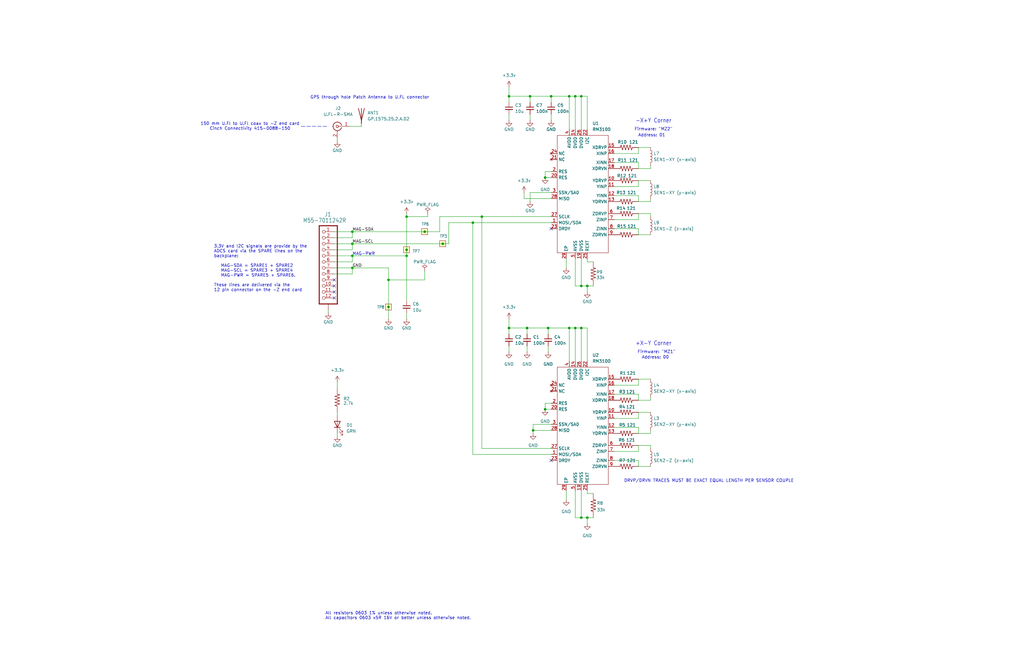
<source format=kicad_sch>
(kicad_sch (version 20250114) (generator "eeschema") (generator_version "9.0")
  (paper "B")
  (title_block (title "OreSat1 +Z End Cap") (date "2026-01-21") (rev "1.0") (company "Portland State Aerospace Society"))
  (lib_symbols
    (symbol "Connector:Conn_Coaxial" (pin_names (offset 1.016) (hide yes))
      (property "Reference" "J" (at 0.254 3.048 0))
      (property "Value" "Conn_Coaxial" (at 2.921 0 90))
      (symbol "Conn_Coaxial_0_1"
        (polyline (pts (xy -2.54 0) (xy -0.508 0)))
        (arc (start 1.778 0) (mid 0.222 -1.8079) (end -1.778 -0.508) (stroke (width 0.254)))
        (arc (start -1.778 0.508) (mid 0.2221 1.8084) (end 1.778 0) (stroke (width 0.254)))
        (circle (center 0 0) (radius 0.508) (stroke (width 0.2032)))
        (polyline (pts (xy 0 -2.54) (xy 0 -1.778)))
      )
      (symbol "Conn_Coaxial_1_1"
        (pin passive line (at -5.08 0 0) (length 2.54) (name "In") (number "1"))
        (pin passive line (at 0 -5.08 90) (length 2.54) (name "Ext") (number "2"))
      )
    )
    (symbol "Device:Antenna" (pin_numbers (hide yes)) (pin_names (offset 1.016) (hide yes))
      (property "Reference" "AE" (at -1.905 1.905 0))
      (property "Value" "Antenna" (at -1.905 0 0))
      (symbol "Antenna_0_1"
        (polyline (pts (xy 0 2.54) (xy 0 -3.81)) (stroke (width 0.254)))
        (polyline (pts (xy 1.27 2.54) (xy 0 -2.54) (xy -1.27 2.54)) (stroke (width 0.254)))
      )
      (symbol "Antenna_1_1"
        (pin input line (at 0 -5.08 90) (length 2.54) (name "A") (number "1"))
      )
    )
    (symbol "Device:C_Small" (pin_numbers (hide yes)) (pin_names (offset 0.254) (hide yes))
      (property "Reference" "C" (at 0.254 1.778 0))
      (property "Value" "C_Small" (at 0.254 -2.032 0))
      (symbol "C_Small_0_1"
        (polyline (pts (xy -1.524 0.508) (xy 1.524 0.508)) (stroke (width 0.3048)))
        (polyline (pts (xy -1.524 -0.508) (xy 1.524 -0.508)) (stroke (width 0.3302)))
      )
      (symbol "C_Small_1_1"
        (pin passive line (at 0 2.54 270) (length 2.032) (name "~") (number "1"))
        (pin passive line (at 0 -2.54 90) (length 2.032) (name "~") (number "2"))
      )
    )
    (symbol "Device:L" (pin_numbers (hide yes)) (pin_names (offset 1.016) (hide yes))
      (property "Reference" "L" (at -1.27 0 90))
      (property "Value" "L" (at 1.905 0 90))
      (symbol "L_0_1"
        (arc (start 0 2.54) (mid 0.6323 1.905) (end 0 1.27))
        (arc (start 0 1.27) (mid 0.6323 0.635) (end 0 0))
        (arc (start 0 0) (mid 0.6323 -0.635) (end 0 -1.27))
        (arc (start 0 -1.27) (mid 0.6323 -1.905) (end 0 -2.54))
      )
      (symbol "L_1_1"
        (pin passive line (at 0 3.81 270) (length 1.27) (name "1") (number "1"))
        (pin passive line (at 0 -3.81 90) (length 1.27) (name "2") (number "2"))
      )
    )
    (symbol "Device:LED" (pin_numbers (hide yes)) (pin_names (offset 1.016) (hide yes))
      (property "Reference" "D" (at 0 2.54 0))
      (property "Value" "LED" (at 0 -2.54 0))
      (symbol "LED_0_1"
        (polyline (pts (xy -3.048 -0.762) (xy -4.572 -2.286) (xy -3.81 -2.286) (xy -4.572 -2.286) (xy -4.572 -1.524)))
        (polyline (pts (xy -1.778 -0.762) (xy -3.302 -2.286) (xy -2.54 -2.286) (xy -3.302 -2.286) (xy -3.302 -1.524)))
        (polyline (pts (xy -1.27 0) (xy 1.27 0)))
        (polyline (pts (xy -1.27 -1.27) (xy -1.27 1.27)) (stroke (width 0.254)))
        (polyline (pts (xy 1.27 -1.27) (xy 1.27 1.27) (xy -1.27 0) (xy 1.27 -1.27)) (stroke (width 0.254)))
      )
      (symbol "LED_1_1"
        (pin passive line (at -3.81 0 0) (length 2.54) (name "K") (number "1"))
        (pin passive line (at 3.81 0 180) (length 2.54) (name "A") (number "2"))
      )
    )
    (symbol "oresat-connectors:J-HARWIN-M55-6001242R" (pin_names (hide yes))
      (property "Reference" "CF1" (at -6.35 19.05 0))
      (property "Value" "J-HARWIN-M55-6001242R" (at -6.35 16.51 0))
      (symbol "J-HARWIN-M55-6001242R_1_0"
        (polyline (pts (xy -6.35 15.24) (xy -6.35 -17.78)) (stroke (width 0.4064)))
        (polyline (pts (xy -6.35 -17.78) (xy 1.27 -17.78)) (stroke (width 0.4064)))
        (polyline (pts (xy 1.27 15.24) (xy -6.35 15.24)) (stroke (width 0.4064)))
        (polyline (pts (xy 1.27 -17.78) (xy 1.27 15.24)) (stroke (width 0.4064)))
        (pin passive inverted (at -5.08 12.7 0) (length 5.08) (name "1") (number "1"))
        (pin passive inverted (at -5.08 10.16 0) (length 5.08) (name "2") (number "2"))
        (pin passive inverted (at -5.08 7.62 0) (length 5.08) (name "3") (number "3"))
        (pin passive inverted (at -5.08 5.08 0) (length 5.08) (name "4") (number "4"))
        (pin passive inverted (at -5.08 2.54 0) (length 5.08) (name "5") (number "5"))
        (pin passive inverted (at -5.08 0 0) (length 5.08) (name "6") (number "6"))
        (pin passive inverted (at -5.08 -2.54 0) (length 5.08) (name "7") (number "7"))
        (pin passive inverted (at -5.08 -5.08 0) (length 5.08) (name "8") (number "8"))
        (pin passive inverted (at -5.08 -7.62 0) (length 5.08) (name "9") (number "9"))
        (pin passive inverted (at -5.08 -10.16 0) (length 5.08) (name "10") (number "10"))
        (pin passive inverted (at -5.08 -12.7 0) (length 5.08) (name "11") (number "11"))
        (pin passive inverted (at -5.08 -15.24 0) (length 5.08) (name "12") (number "12"))
        (pin passive line (at -2.54 -20.32 90) (length 2.54) (name "SHIELD") (number "SH"))
      )
    )
    (symbol "oresat-misc:MagI2C_RM3100"
      (property "Reference" "U" (at 21.082 1.27 0))
      (symbol "MagI2C_RM3100_0_1"
        (rectangle (start 12.7 27.94) (end 34.29 -21.59))
      )
      (symbol "MagI2C_RM3100_1_1"
        (pin no_connect line (at 10.16 20.32 0) (length 2.54) (name "NC") (number "24"))
        (pin no_connect line (at 10.16 17.78 0) (length 2.54) (name "NC") (number "21"))
        (pin input line (at 10.16 12.7 0) (length 2.54) (name "RES") (number "2"))
        (pin passive line (at 10.16 10.16 0) (length 2.54) (name "RES") (number "20"))
        (pin input line (at 10.16 3.81 0) (length 2.54) (name "SSN/SA0") (number "3"))
        (pin output line (at 10.16 1.27 0) (length 2.54) (name "MISO") (number "28"))
        (pin input line (at 10.16 -6.35 0) (length 2.54) (name "SCLK") (number "27"))
        (pin bidirectional line (at 10.16 -8.89 0) (length 2.54) (name "MOSI/SDA") (number "1"))
        (pin output line (at 10.16 -11.43 0) (length 2.54) (name "DRDY") (number "23"))
        (pin passive line (at 16.51 -24.13 90) (length 2.54) (name "EP") (number "29"))
        (pin power_in line (at 17.78 30.48 270) (length 2.54) (name "AVDD") (number "4"))
        (pin power_in line (at 20.32 30.48 270) (length 2.54) (name "DVDD") (number "14"))
        (pin power_in line (at 20.32 -24.13 90) (length 2.54) (name "AVSS") (number "5"))
        (pin power_in line (at 22.86 30.48 270) (length 2.54) (name "DVDD") (number "26"))
        (pin power_in line (at 22.86 -24.13 90) (length 2.54) (name "DVSS") (number "19"))
        (pin input line (at 25.4 30.48 270) (length 2.54) (name "I2C") (number "22"))
        (pin passive line (at 25.4 -24.13 90) (length 2.54) (name "REXT") (number "25"))
        (pin passive line (at 36.83 22.86 180) (length 2.54) (name "XDRVP") (number "15"))
        (pin passive line (at 36.83 20.32 180) (length 2.54) (name "XINP") (number "16"))
        (pin passive line (at 36.83 16.51 180) (length 2.54) (name "XINN") (number "17"))
        (pin passive line (at 36.83 13.97 180) (length 2.54) (name "XDRVN") (number "18"))
        (pin passive line (at 36.83 8.89 180) (length 2.54) (name "YDRVP") (number "10"))
        (pin passive line (at 36.83 6.35 180) (length 2.54) (name "YINP") (number "11"))
        (pin passive line (at 36.83 2.54 180) (length 2.54) (name "YINN") (number "12"))
        (pin passive line (at 36.83 0 180) (length 2.54) (name "YDRVN") (number "13"))
        (pin passive line (at 36.83 -5.08 180) (length 2.54) (name "ZDRVP") (number "6"))
        (pin passive line (at 36.83 -7.62 180) (length 2.54) (name "ZINP") (number "7"))
        (pin passive line (at 36.83 -11.43 180) (length 2.54) (name "ZINN") (number "8"))
        (pin passive line (at 36.83 -13.97 180) (length 2.54) (name "ZDRVN") (number "9"))
      )
    )
    (symbol "oresat-misc:Test-Point-0.75mm-th" (exclude_from_sim yes) (in_bom no)
      (property "Reference" "TP" (at 0 2.54 0))
      (symbol "Test-Point-0.75mm-th_1_0"
        (pin passive line (at 0 0 0) (length 0) (name "1") (number "1"))
      )
      (symbol "Test-Point-0.75mm-th_1_1"
        (rectangle (start -1.27 1.27) (end 1.27 -1.27) (fill (type background)))
      )
    )
    (symbol "oresat-passives:R-US"
      (property "Reference" "R" (at 0 2.54 0))
      (symbol "R-US_1_0"
        (polyline (pts (xy -2.54 0) (xy -2.159 1.016)) (stroke (width 0.2032)))
        (polyline (pts (xy -2.159 1.016) (xy -1.524 -1.016)) (stroke (width 0.2032)))
        (polyline (pts (xy -1.524 -1.016) (xy -0.889 1.016)) (stroke (width 0.2032)))
        (polyline (pts (xy -0.889 1.016) (xy -0.254 -1.016)) (stroke (width 0.2032)))
        (polyline (pts (xy -0.254 -1.016) (xy 0.381 1.016)) (stroke (width 0.2032)))
        (polyline (pts (xy 0.381 1.016) (xy 1.016 -1.016)) (stroke (width 0.2032)))
        (polyline (pts (xy 1.016 -1.016) (xy 1.651 1.016)) (stroke (width 0.2032)))
        (polyline (pts (xy 1.651 1.016) (xy 2.286 -1.016)) (stroke (width 0.2032)))
        (polyline (pts (xy 2.286 -1.016) (xy 2.54 0)) (stroke (width 0.2032)))
        (pin passive line (at -5.08 0 0) (length 2.54) (name "1") (number "1"))
        (pin passive line (at 5.08 0 180) (length 2.54) (name "2") (number "2"))
      )
    )
    (symbol "oresat-power:VBAT" (power) (pin_names (offset 0))
      (property "Value" "VBAT" (at 0 3.556 0))
      (symbol "VBAT_0_1"
        (polyline (pts (xy -0.762 1.27) (xy 0 2.54)))
        (polyline (pts (xy 0 2.54) (xy 0.762 1.27)))
        (polyline (pts (xy 0 0) (xy 0 2.54)))
      )
      (symbol "VBAT_1_1"
        (pin power_in line (at 0 0 90) (length 0) (hide yes) (name "VBAT") (number "1"))
      )
    )
    (symbol "power:GND" (power) (pin_numbers (hide yes)) (pin_names (offset 0) (hide yes))
      (property "Value" "GND" (at 0 -3.81 0))
      (symbol "GND_0_1"
        (polyline (pts (xy 0 0) (xy 0 -1.27) (xy 1.27 -1.27) (xy 0 -2.54) (xy -1.27 -1.27) (xy 0 -1.27)))
      )
      (symbol "GND_1_1"
        (pin power_in line (at 0 0 270) (length 0) (name "~") (number "1"))
      )
    )
    (symbol "power:PWR_FLAG" (power) (pin_numbers (hide yes)) (pin_names (offset 0) (hide yes))
      (property "Value" "PWR_FLAG" (at 0 3.81 0))
      (symbol "PWR_FLAG_0_0"
        (pin power_out line (at 0 0 90) (length 0) (name "~") (number "1"))
      )
      (symbol "PWR_FLAG_0_1"
        (polyline (pts (xy 0 0) (xy 0 1.27) (xy -1.016 1.905) (xy 0 2.54) (xy 1.016 1.905) (xy 0 1.27)))
      )
    )
  )
  (text "GPS through hole Patch Antenna to U.FL connector\n" (at 130.81 41.91 0) (effects (font (size 1.27 1.27)) (justify left bottom)))
  (text "Firmware: \"MZ2\"" (at 275.59 54.61 0) (effects (font (size 1.27 1.27))))
  (text "-X+Y Corner" (at 267.97 52.07 0) (effects (font (size 1.778 1.5113)) (justify left bottom)))
  (text "Address: 01" (at 274.828 57.15 0) (effects (font (size 1.27 1.27))))
  (text "Address: 00" (at 276.352 150.876 0) (effects (font (size 1.27 1.27))))
  (text "+X-Y Corner" (at 267.97 146.05 0) (effects (font (size 1.778 1.5113)) (justify left bottom)))
  (text "MAG-PWR" (at 148.59 107.95 0) (effects (font (size 1.27 1.27)) (justify left bottom)))
  (text "Firmware: \"MZ1\"" (at 276.86 148.59 0) (effects (font (size 1.27 1.27))))
  (text "3.3V and I2C signals are provide by the \nADCS card via the SPARE lines on the \nbackplane:\n\n   MAG-SDA = SPARE1 + SPARE2\n   MAG-SCL = SPARE3 + SPARE4 \n   MAG-PWR = SPARE5 + SPARE6.\n\nThese lines are delivered via the \n12 pin connector on the -Z end card" (at 90.17 123.19 0) (effects (font (size 1.27 1.27)) (justify left bottom)))
  (text "DRVP/DRVN TRACES MUST BE EXACT EQUAL LENGTH PER SENSOR COUPLE" (at 298.958 202.946 0) (effects (font (size 1.27 1.27))))
  (text "150 mm U.Fl to U.Fl coax to -Z end card\nCinch Connectivity 415-0088-150\n" (at 105.41 53.34 0) (effects (font (size 1.27 1.27))))
  (text "All resistors 0603 1% unless otherwise noted.\nAll capacitors 0603 x5R 16V or better unless otherwise noted." (at 137.16 261.62 0) (effects (font (size 1.27 1.27)) (justify left bottom)))
  (junction (at 171.45 105.41))
  (junction (at 222.25 138.43))
  (junction (at 148.59 113.03))
  (junction (at 199.39 93.98))
  (junction (at 179.07 97.79))
  (junction (at 245.11 40.64))
  (junction (at 229.87 172.72))
  (junction (at 247.65 120.65))
  (junction (at 148.59 107.95))
  (junction (at 186.69 102.87))
  (junction (at 171.45 107.95))
  (junction (at 148.59 102.87))
  (junction (at 240.03 40.64))
  (junction (at 245.11 218.44))
  (junction (at 223.52 40.64))
  (junction (at 245.11 120.65))
  (junction (at 163.83 129.54))
  (junction (at 203.2 91.44))
  (junction (at 242.57 40.64))
  (junction (at 229.87 74.93))
  (junction (at 214.63 40.64))
  (junction (at 245.11 138.43))
  (junction (at 163.83 118.11))
  (junction (at 171.45 91.44))
  (junction (at 242.57 138.43))
  (junction (at 231.14 138.43))
  (junction (at 247.65 218.44))
  (junction (at 232.41 40.64))
  (junction (at 224.79 181.61))
  (junction (at 214.63 138.43))
  (junction (at 240.03 138.43))
  (junction (at 148.59 97.79))
  (no_connect (at 140.97 120.65))
  (no_connect (at 140.97 118.11))
  (no_connect (at 140.97 125.73))
  (no_connect (at 232.41 194.31))
  (no_connect (at 140.97 123.19))
  (no_connect (at 232.41 96.52))
  (wire (pts (xy 231.14 148.59) (xy 231.14 146.05)))
  (wire (pts (xy 269.24 92.71) (xy 269.24 90.17)))
  (wire (pts (xy 250.19 218.44) (xy 247.65 218.44)))
  (wire (pts (xy 274.32 83.82) (xy 274.32 85.09)))
  (wire (pts (xy 229.87 72.39) (xy 229.87 74.93)))
  (wire (pts (xy 222.25 138.43) (xy 214.63 138.43)))
  (wire (pts (xy 259.08 190.5) (xy 269.24 190.5)))
  (wire (pts (xy 269.24 194.31) (xy 269.24 196.85)))
  (wire (pts (xy 229.87 170.18) (xy 229.87 172.72)))
  (wire (pts (xy 163.83 113.03) (xy 163.83 118.11)))
  (wire (pts (xy 224.79 181.61) (xy 224.79 179.07)))
  (wire (pts (xy 274.32 187.96) (xy 274.32 189.23)))
  (wire (pts (xy 274.32 71.12) (xy 274.32 69.85)))
  (wire (pts (xy 180.34 91.44) (xy 171.45 91.44)))
  (wire (pts (xy 269.24 78.74) (xy 269.24 76.2)))
  (wire (pts (xy 269.24 190.5) (xy 269.24 187.96)))
  (wire (pts (xy 220.98 83.82) (xy 220.98 81.28)))
  (wire (pts (xy 148.59 115.57) (xy 140.97 115.57)))
  (wire (pts (xy 142.24 161.29) (xy 142.24 163.83)))
  (wire (pts (xy 259.08 96.52) (xy 269.24 96.52)))
  (wire (pts (xy 214.63 148.59) (xy 214.63 146.05)))
  (wire (pts (xy 259.08 176.53) (xy 269.24 176.53)))
  (wire (pts (xy 223.52 50.8) (xy 223.52 48.26)))
  (wire (pts (xy 274.32 90.17) (xy 274.32 91.44)))
  (wire (pts (xy 242.57 120.65) (xy 245.11 120.65)))
  (wire (pts (xy 238.76 207.01) (xy 238.76 210.82)))
  (wire (pts (xy 247.65 138.43) (xy 245.11 138.43)))
  (wire (pts (xy 232.41 170.18) (xy 229.87 170.18)))
  (wire (pts (xy 259.08 194.31) (xy 269.24 194.31)))
  (wire (pts (xy 232.41 43.18) (xy 232.41 40.64)))
  (wire (pts (xy 148.59 107.95) (xy 171.45 107.95)))
  (wire (pts (xy 242.57 40.64) (xy 245.11 40.64)))
  (wire (pts (xy 199.39 93.98) (xy 232.41 93.98)))
  (wire (pts (xy 247.65 110.49) (xy 247.65 109.22)))
  (wire (pts (xy 214.63 50.8) (xy 214.63 48.26)))
  (wire (pts (xy 269.24 71.12) (xy 274.32 71.12)))
  (wire (pts (xy 242.57 40.64) (xy 240.03 40.64)))
  (wire (pts (xy 259.08 92.71) (xy 269.24 92.71)))
  (wire (pts (xy 142.24 182.88) (xy 142.24 184.15)))
  (wire (pts (xy 245.11 138.43) (xy 245.11 152.4)))
  (wire (pts (xy 148.59 113.03) (xy 148.59 115.57)))
  (wire (pts (xy 240.03 40.64) (xy 232.41 40.64)))
  (wire (pts (xy 269.24 90.17) (xy 274.32 90.17)))
  (wire (pts (xy 269.24 176.53) (xy 269.24 173.99)))
  (wire (pts (xy 199.39 93.98) (xy 199.39 191.77)))
  (wire (pts (xy 185.42 97.79) (xy 179.07 97.79)))
  (wire (pts (xy 242.57 40.64) (xy 242.57 54.61)))
  (wire (pts (xy 224.79 179.07) (xy 232.41 179.07)))
  (wire (pts (xy 250.19 120.65) (xy 247.65 120.65)))
  (wire (pts (xy 245.11 40.64) (xy 245.11 54.61)))
  (wire (pts (xy 148.59 102.87) (xy 186.69 102.87)))
  (wire (pts (xy 203.2 91.44) (xy 203.2 189.23)))
  (wire (pts (xy 148.59 97.79) (xy 179.07 97.79)))
  (wire (pts (xy 189.23 93.98) (xy 189.23 102.87)))
  (wire (pts (xy 269.24 96.52) (xy 269.24 99.06)))
  (wire (pts (xy 242.57 218.44) (xy 245.11 218.44)))
  (wire (pts (xy 247.65 120.65) (xy 247.65 123.19)))
  (wire (pts (xy 171.45 107.95) (xy 171.45 127)))
  (wire (pts (xy 214.63 43.18) (xy 214.63 40.64)))
  (wire (pts (xy 138.43 132.08) (xy 138.43 130.81)))
  (wire (pts (xy 163.83 129.54) (xy 163.83 134.62)))
  (wire (pts (xy 148.59 107.95) (xy 148.59 110.49)))
  (wire (pts (xy 232.41 81.28) (xy 223.52 81.28)))
  (wire (pts (xy 163.83 118.11) (xy 163.83 129.54)))
  (wire (pts (xy 189.23 93.98) (xy 199.39 93.98)))
  (wire (pts (xy 259.08 68.58) (xy 269.24 68.58)))
  (wire (pts (xy 142.24 58.42) (xy 142.24 59.69)))
  (wire (pts (xy 245.11 120.65) (xy 247.65 120.65)))
  (wire (pts (xy 259.08 166.37) (xy 269.24 166.37)))
  (wire (pts (xy 232.41 83.82) (xy 220.98 83.82)))
  (wire (pts (xy 214.63 40.64) (xy 223.52 40.64)))
  (wire (pts (xy 259.08 180.34) (xy 269.24 180.34)))
  (wire (pts (xy 269.24 99.06) (xy 274.32 99.06)))
  (wire (pts (xy 163.83 118.11) (xy 179.07 118.11)))
  (wire (pts (xy 245.11 218.44) (xy 247.65 218.44)))
  (wire (pts (xy 269.24 180.34) (xy 269.24 182.88)))
  (wire (pts (xy 214.63 134.62) (xy 214.63 138.43)))
  (wire (pts (xy 247.65 54.61) (xy 247.65 40.64)))
  (wire (pts (xy 274.32 168.91) (xy 274.32 167.64)))
  (wire (pts (xy 231.14 140.97) (xy 231.14 138.43)))
  (wire (pts (xy 222.25 148.59) (xy 222.25 146.05)))
  (wire (pts (xy 269.24 168.91) (xy 274.32 168.91)))
  (wire (pts (xy 269.24 85.09) (xy 274.32 85.09)))
  (wire (pts (xy 232.41 72.39) (xy 229.87 72.39)))
  (wire (pts (xy 180.34 91.44) (xy 180.34 90.17)))
  (wire (pts (xy 269.24 76.2) (xy 274.32 76.2)))
  (wire (pts (xy 247.65 208.28) (xy 250.19 208.28)))
  (wire (pts (xy 245.11 138.43) (xy 242.57 138.43)))
  (wire (pts (xy 269.24 64.77) (xy 269.24 62.23)))
  (wire (pts (xy 238.76 109.22) (xy 238.76 113.03)))
  (wire (pts (xy 171.45 90.17) (xy 171.45 91.44)))
  (wire (pts (xy 242.57 207.01) (xy 242.57 218.44)))
  (wire (pts (xy 269.24 196.85) (xy 274.32 196.85)))
  (wire (pts (xy 269.24 82.55) (xy 269.24 85.09)))
  (wire (pts (xy 247.65 218.44) (xy 247.65 220.98)))
  (wire (pts (xy 147.32 53.34) (xy 152.4 53.34)))
  (wire (pts (xy 148.59 113.03) (xy 163.83 113.03)))
  (wire (pts (xy 240.03 138.43) (xy 240.03 152.4)))
  (wire (pts (xy 269.24 182.88) (xy 274.32 182.88)))
  (wire (pts (xy 148.59 102.87) (xy 148.59 105.41)))
  (wire (pts (xy 203.2 189.23) (xy 232.41 189.23)))
  (wire (pts (xy 185.42 91.44) (xy 203.2 91.44)))
  (wire (pts (xy 224.79 182.88) (xy 224.79 181.61)))
  (wire (pts (xy 242.57 138.43) (xy 240.03 138.43)))
  (wire (pts (xy 259.08 64.77) (xy 269.24 64.77)))
  (wire (pts (xy 259.08 82.55) (xy 269.24 82.55)))
  (wire (pts (xy 148.59 100.33) (xy 140.97 100.33)))
  (wire (pts (xy 229.87 74.93) (xy 232.41 74.93)))
  (wire (pts (xy 245.11 207.01) (xy 245.11 218.44)))
  (wire (pts (xy 223.52 40.64) (xy 223.52 43.18)))
  (wire (pts (xy 171.45 132.08) (xy 171.45 134.62)))
  (wire (pts (xy 269.24 187.96) (xy 274.32 187.96)))
  (wire (pts (xy 199.39 191.77) (xy 232.41 191.77)))
  (wire (pts (xy 232.41 91.44) (xy 203.2 91.44)))
  (wire (pts (xy 232.41 50.8) (xy 232.41 48.26)))
  (wire (pts (xy 274.32 181.61) (xy 274.32 182.88)))
  (wire (pts (xy 247.65 110.49) (xy 250.19 110.49)))
  (wire (pts (xy 269.24 162.56) (xy 269.24 160.02)))
  (wire (pts (xy 247.65 152.4) (xy 247.65 138.43)))
  (wire (pts (xy 229.87 172.72) (xy 232.41 172.72)))
  (wire (pts (xy 222.25 140.97) (xy 222.25 138.43)))
  (polyline (pts (xy 127 53.34) (xy 138.43 53.34)) (stroke (width 0) (type dash)))
  (wire (pts (xy 269.24 62.23) (xy 274.32 62.23)))
  (wire (pts (xy 269.24 166.37) (xy 269.24 168.91)))
  (wire (pts (xy 224.79 181.61) (xy 232.41 181.61)))
  (wire (pts (xy 214.63 140.97) (xy 214.63 138.43)))
  (wire (pts (xy 269.24 68.58) (xy 269.24 71.12)))
  (wire (pts (xy 171.45 105.41) (xy 171.45 107.95)))
  (wire (pts (xy 142.24 173.99) (xy 142.24 175.26)))
  (wire (pts (xy 242.57 109.22) (xy 242.57 120.65)))
  (wire (pts (xy 259.08 162.56) (xy 269.24 162.56)))
  (wire (pts (xy 240.03 40.64) (xy 240.03 54.61)))
  (wire (pts (xy 186.69 102.87) (xy 189.23 102.87)))
  (wire (pts (xy 242.57 138.43) (xy 242.57 152.4)))
  (wire (pts (xy 148.59 97.79) (xy 140.97 97.79)))
  (wire (pts (xy 148.59 102.87) (xy 140.97 102.87)))
  (wire (pts (xy 240.03 138.43) (xy 231.14 138.43)))
  (wire (pts (xy 171.45 91.44) (xy 171.45 105.41)))
  (wire (pts (xy 259.08 78.74) (xy 269.24 78.74)))
  (wire (pts (xy 223.52 40.64) (xy 232.41 40.64)))
  (wire (pts (xy 247.65 208.28) (xy 247.65 207.01)))
  (wire (pts (xy 269.24 160.02) (xy 274.32 160.02)))
  (wire (pts (xy 148.59 97.79) (xy 148.59 100.33)))
  (wire (pts (xy 148.59 107.95) (xy 140.97 107.95)))
  (wire (pts (xy 214.63 36.83) (xy 214.63 40.64)))
  (wire (pts (xy 179.07 114.3) (xy 179.07 118.11)))
  (wire (pts (xy 269.24 173.99) (xy 274.32 173.99)))
  (wire (pts (xy 222.25 138.43) (xy 231.14 138.43)))
  (wire (pts (xy 148.59 110.49) (xy 140.97 110.49)))
  (wire (pts (xy 245.11 40.64) (xy 247.65 40.64)))
  (wire (pts (xy 223.52 81.28) (xy 223.52 85.09)))
  (wire (pts (xy 185.42 97.79) (xy 185.42 91.44)))
  (wire (pts (xy 140.97 113.03) (xy 148.59 113.03)))
  (wire (pts (xy 245.11 109.22) (xy 245.11 120.65)))
  (wire (pts (xy 148.59 105.41) (xy 140.97 105.41)))
  (label "GND" (at 148.59 113.03 0) (effects (font (size 1.2446 1.2446))))
  (label "MAG-SDA" (at 148.59 97.79 0) (effects (font (size 1.2446 1.2446))))
  (label "MAG-SCL" (at 148.59 102.87 0) (effects (font (size 1.2446 1.2446))))
  (symbol (lib_id "oresat-passives:R-US") (at 250.19 115.57 90) (unit 1)
    (property "Reference" "R9" (at 252.73 114.808 90))
    (property "Value" "33k" (at 253.238 117.094 90))
    (property "Footprint" "oresat-passives:0603-C-NOSILK" (effects (hide yes)))
    (property "Datasheet" "https://www.seielect.com/catalog/SEI-RMCF_RMCP.pdf" (effects (hide yes)))
    (property "Description" "33 kOhms ±1% 0.1W, 1/10W Chip Resistor 0603 (1608 Metric) Automotive AEC-Q200 Thick Film" (effects (hide yes)))
    (property "DIS" "DigiKey" (effects (hide yes)))
    (property "DPN" "RMCF0603FT33K0CT-ND" (effects (hide yes)))
    (property "MFR" "Stackpole Electronics" (effects (hide yes)))
    (property "MPN" "RMCF0603FT33K0" (effects (hide yes)))
  )
  (symbol (lib_id "Device:C_Small") (at 214.63 143.51 0) (unit 1)
    (property "Reference" "C2" (at 217.17 142.2462 0) (effects (justify left)))
    (property "Value" "10u" (at 217.17 144.7862 0) (effects (justify left)))
    (property "Footprint" "oresat-passives:0805-C-NOSILK" (effects (hide yes)))
    (property "Datasheet" "https://search.murata.co.jp/Ceramy/image/img/A01X/G101/ENG/GRT21BC71E106KE13-01.pdf" (effects (hide yes)))
    (property "Description" "10 µF ±10% 25V Ceramic Capacitor X7S 0805 (2012 Metric)" (effects (hide yes)))
    (property "DIS" "DigiKey" (effects (hide yes)))
    (property "DPN" "490-GRT21BC71E106KE13KCT-ND" (effects (hide yes)))
    (property "MFR" "Murata Electronics" (effects (hide yes)))
    (property "MPN" "GRT21BC71E106KE13K" (effects (hide yes)))
  )
  (symbol (lib_id "power:GND") (at 223.52 50.8 0) (unit 1)
    (property "Reference" "#PWR014" (effects (hide yes)))
    (property "Value" "GND" (at 223.52 54.61 0))
    (property "Description" "Power symbol creates a global label with name \"GND\" , ground" (effects (hide yes)))
  )
  (symbol (lib_id "power:GND") (at 229.87 172.72 0) (unit 1)
    (property "Reference" "#PWR05" (effects (hide yes)))
    (property "Value" "GND" (at 229.87 177.8 0))
    (property "Description" "Power symbol creates a global label with name \"GND\" , ground" (effects (hide yes)))
  )
  (symbol (lib_id "oresat-passives:R-US") (at 264.16 76.2 180) (unit 1)
    (property "Reference" "R12" (at 262.128 74.168 0))
    (property "Value" "121" (at 266.7 74.168 0))
    (property "Footprint" "oresat-passives:0603-C-NOSILK" (effects (hide yes)))
    (property "Datasheet" "https://www.seielect.com/catalog/SEI-RMCF_RMCP.pdf" (effects (hide yes)))
    (property "Description" "121 Ohms ±1% 0.1W, 1/10W Chip Resistor 0603 (1608 Metric) Automotive AEC-Q200 Thick Film" (effects (hide yes)))
    (property "DIS" "DigiKey" (effects (hide yes)))
    (property "DPN" "RMCF0603FT121RCT-ND" (effects (hide yes)))
    (property "MFR" "Stackpole Electronics" (effects (hide yes)))
    (property "MPN" "RMCF0603FT121R" (effects (hide yes)))
  )
  (symbol (lib_id "Device:Antenna") (at 152.4 48.26 0) (unit 1)
    (property "Reference" "ANT1" (at 154.94 47.6249 0) (effects (justify left)))
    (property "Value" "GP.1575.25.2.A.02" (at 154.94 50.1649 0) (effects (justify left)))
    (property "Footprint" "oresat-misc:Taoglas-GPS-Patch-Antenna" (effects (hide yes)))
    (property "Datasheet" "https://cdn.taoglas.com/datasheets/GP.1575.25.2.A.02.pdf" (effects (hide yes)))
    (property "Description" "RF ANTENNA GPS Ceramic Patch Pin Adhesive" (effects (hide yes)))
    (property "DPN" "931-1016-ND" (effects (hide yes)))
    (property "MFR" "Taoglas Limited" (effects (hide yes)))
    (property "MPN" "GP.1575.25.2.A.02" (effects (hide yes)))
    (property "DIS" "DigiKey" (effects (hide yes)))
  )
  (symbol (lib_id "oresat-misc:Test-Point-0.75mm-th") (at 179.07 97.79 0) (unit 1) (exclude_from_sim yes) (in_bom no)
    (property "Reference" "TP6" (at 177.8 95.25 0) (effects (font (size 1.27 1.0795)) (justify left bottom)))
    (property "Value" "Test-Point" (effects (hide yes)))
    (property "Footprint" "oresat-misc:TestPoint-0.75mm-th" (effects (hide yes)))
    (property "Description" "0.75 mm TH test point; good for scope probes and jumpers" (effects (hide yes)))
    (property "DPN" "N/A" (effects (hide yes)))
    (property "MFR" "N/A" (effects (hide yes)))
    (property "MPN" "N/A" (effects (hide yes)))
  )
  (symbol (lib_id "power:GND") (at 138.43 132.08 0) (mirror y) (unit 1)
    (property "Reference" "#PWR0117" (effects (hide yes)))
    (property "Value" "GND" (at 138.43 135.89 0))
    (property "Description" "Power symbol creates a global label with name \"GND\" , ground" (effects (hide yes)))
  )
  (symbol (lib_id "power:GND") (at 238.76 210.82 0) (unit 1)
    (property "Reference" "#PWR03" (effects (hide yes)))
    (property "Value" "GND" (at 238.76 215.9 0))
    (property "Description" "Power symbol creates a global label with name \"GND\" , ground" (effects (hide yes)))
  )
  (symbol (lib_id "oresat-passives:R-US") (at 264.16 196.85 180) (unit 1)
    (property "Reference" "R7" (at 262.382 194.31 0))
    (property "Value" "121" (at 266.192 194.31 0))
    (property "Footprint" "oresat-passives:0603-C-NOSILK" (effects (hide yes)))
    (property "Datasheet" "https://www.seielect.com/catalog/SEI-RMCF_RMCP.pdf" (effects (hide yes)))
    (property "Description" "121 Ohms ±1% 0.1W, 1/10W Chip Resistor 0603 (1608 Metric) Automotive AEC-Q200 Thick Film" (effects (hide yes)))
    (property "DIS" "DigiKey" (effects (hide yes)))
    (property "DPN" "RMCF0603FT121RCT-ND" (effects (hide yes)))
    (property "MFR" "Stackpole Electronics" (effects (hide yes)))
    (property "MPN" "RMCF0603FT121R" (effects (hide yes)))
  )
  (symbol (lib_id "oresat-connectors:J-HARWIN-M55-6001242R") (at 135.89 110.49 0) (mirror y) (unit 1)
    (property "Reference" "J1" (at 139.7 91.44 0) (effects (font (size 1.778 1.5113)) (justify left bottom)))
    (property "Value" "M55-7011242R" (at 146.05 93.98 0) (effects (font (size 1.778 1.5113)) (justify left bottom)))
    (property "Footprint" "oresat-connectors:J-Harwin-M55-60X1242R" (effects (hide yes)))
    (property "Datasheet" "https://cdn.harwin.com/pdfs/C047XX_M55_Archer_Kontrol.pdf" (effects (hide yes)))
    (property "Description" "CONN RCPT 12POS 0.05 GOLD SMD" (effects (hide yes)))
    (property "DPN" "952-3875-1-ND" (effects (hide yes)))
    (property "MFR" "Harwin" (effects (hide yes)))
    (property "MPN" "M55-7011242R" (effects (hide yes)))
    (property "DIS" "DigiKey" (effects (hide yes)))
  )
  (symbol (lib_id "oresat-passives:R-US") (at 264.16 62.23 180) (unit 1)
    (property "Reference" "R10" (at 262.382 59.944 0))
    (property "Value" "121" (at 267.208 59.944 0))
    (property "Footprint" "oresat-passives:0603-C-NOSILK" (effects (hide yes)))
    (property "Datasheet" "https://www.seielect.com/catalog/SEI-RMCF_RMCP.pdf" (effects (hide yes)))
    (property "Description" "121 Ohms ±1% 0.1W, 1/10W Chip Resistor 0603 (1608 Metric) Automotive AEC-Q200 Thick Film" (effects (hide yes)))
    (property "DIS" "DigiKey" (effects (hide yes)))
    (property "DPN" "RMCF0603FT121RCT-ND" (effects (hide yes)))
    (property "MFR" "Stackpole Electronics" (effects (hide yes)))
    (property "MPN" "RMCF0603FT121R" (effects (hide yes)))
  )
  (symbol (lib_id "oresat-power:VBAT") (at 142.24 161.29 0) (unit 1)
    (property "Reference" "#VBAT05" (effects (hide yes)))
    (property "Value" "+3.3v" (at 142.24 156.21 0))
    (property "Description" "Power symbol creates a global label with name \"VBAT\"" (effects (hide yes)))
  )
  (symbol (lib_id "Device:C_Small") (at 222.25 143.51 0) (unit 1)
    (property "Reference" "C1" (at 224.79 142.2462 0) (effects (justify left)))
    (property "Value" "100n" (at 224.79 144.7862 0) (effects (justify left)))
    (property "Footprint" "oresat-passives:0603-C-NOSILK" (effects (hide yes)))
    (property "Datasheet" "https://search.kemet.com/download/specsheet/C0603C104K5RACAUTO" (effects (hide yes)))
    (property "Description" "0.1 µF ±10% 50V Ceramic Capacitor X7R 0603 (1608 Metric)" (effects (hide yes)))
    (property "DIS" "DigiKey" (effects (hide yes)))
    (property "DPN" "399-6856-1-ND" (effects (hide yes)))
    (property "MFR" "KEMET" (effects (hide yes)))
    (property "MPN" "C0603C104K5RACAUTO" (effects (hide yes)))
  )
  (symbol (lib_id "oresat-passives:R-US") (at 264.16 168.91 180) (unit 1)
    (property "Reference" "R3" (at 262.382 165.354 0))
    (property "Value" "121" (at 265.938 165.354 0))
    (property "Footprint" "oresat-passives:0603-C-NOSILK" (effects (hide yes)))
    (property "Datasheet" "https://www.seielect.com/catalog/SEI-RMCF_RMCP.pdf" (effects (hide yes)))
    (property "Description" "121 Ohms ±1% 0.1W, 1/10W Chip Resistor 0603 (1608 Metric) Automotive AEC-Q200 Thick Film" (effects (hide yes)))
    (property "DIS" "DigiKey" (effects (hide yes)))
    (property "DPN" "RMCF0603FT121RCT-ND" (effects (hide yes)))
    (property "MFR" "Stackpole Electronics" (effects (hide yes)))
    (property "MPN" "RMCF0603FT121R" (effects (hide yes)))
  )
  (symbol (lib_id "oresat-passives:R-US") (at 264.16 187.96 180) (unit 1)
    (property "Reference" "R6" (at 262.128 185.674 0))
    (property "Value" "121" (at 265.938 185.674 0))
    (property "Footprint" "oresat-passives:0603-C-NOSILK" (effects (hide yes)))
    (property "Datasheet" "https://www.seielect.com/catalog/SEI-RMCF_RMCP.pdf" (effects (hide yes)))
    (property "Description" "121 Ohms ±1% 0.1W, 1/10W Chip Resistor 0603 (1608 Metric) Automotive AEC-Q200 Thick Film" (effects (hide yes)))
    (property "DIS" "DigiKey" (effects (hide yes)))
    (property "DPN" "RMCF0603FT121RCT-ND" (effects (hide yes)))
    (property "MFR" "Stackpole Electronics" (effects (hide yes)))
    (property "MPN" "RMCF0603FT121R" (effects (hide yes)))
  )
  (symbol (lib_id "oresat-passives:R-US") (at 142.24 168.91 90) (unit 1)
    (property "Reference" "R2" (at 144.78 168.2749 90) (effects (justify right)))
    (property "Value" "2.7k" (at 144.78 170.18 90) (effects (justify right)))
    (property "Footprint" "oresat-passives:0603-C-NOSILK" (effects (hide yes)))
    (property "Datasheet" "https://www.seielect.com/catalog/SEI-RMCF_RMCP.pdf" (effects (hide yes)))
    (property "Description" "2.7 kOhms ±1% 0.1W, 1/10W Chip Resistor 0603 (1608 Metric) Automotive AEC-Q200 Thick Film" (effects (hide yes)))
    (property "DIS" "DigiKey" (effects (hide yes)))
    (property "DPN" "RMCF0603FT2K70CT-ND" (effects (hide yes)))
    (property "MFR" "Stackpole Electronics" (effects (hide yes)))
    (property "MPN" "RMCF0603FT2K70" (effects (hide yes)))
  )
  (symbol (lib_id "power:GND") (at 163.83 134.62 0) (mirror y) (unit 1)
    (property "Reference" "#PWR0120" (effects (hide yes)))
    (property "Value" "GND" (at 163.83 138.43 0))
    (property "Description" "Power symbol creates a global label with name \"GND\" , ground" (effects (hide yes)))
  )
  (symbol (lib_id "power:GND") (at 229.87 74.93 0) (unit 1)
    (property "Reference" "#PWR07" (effects (hide yes)))
    (property "Value" "GND" (at 229.87 80.01 0))
    (property "Description" "Power symbol creates a global label with name \"GND\" , ground" (effects (hide yes)))
  )
  (symbol (lib_id "Device:L") (at 274.32 193.04 0) (unit 1)
    (property "Reference" "L5" (at 275.59 191.7699 0) (effects (justify left)))
    (property "Value" "SEN2-Z (z-axis)" (at 275.59 194.3099 0) (effects (justify left)))
    (property "Footprint" "oresat-misc:RM3100 SEN-Z-f" (effects (hide yes)))
    (property "Datasheet" "https://www.tri-m.com/products/pni/RM3100-User-Manual.pdf" (effects (hide yes)))
    (property "Description" "Inductor" (effects (hide yes)))
    (property "DIS" "PNI" (effects (hide yes)))
  )
  (symbol (lib_id "power:GND") (at 142.24 184.15 0) (mirror y) (unit 1)
    (property "Reference" "#PWR0116" (effects (hide yes)))
    (property "Value" "GND" (at 142.24 187.96 0))
    (property "Description" "Power symbol creates a global label with name \"GND\" , ground" (effects (hide yes)))
  )
  (symbol (lib_id "oresat-power:VBAT") (at 171.45 90.17 0) (unit 1)
    (property "Reference" "#VBAT04" (effects (hide yes)))
    (property "Value" "+3.3v" (at 171.45 85.09 0))
    (property "Description" "Power symbol creates a global label with name \"VBAT\"" (effects (hide yes)))
  )
  (symbol (lib_id "power:GND") (at 232.41 50.8 0) (unit 1)
    (property "Reference" "#PWR08" (effects (hide yes)))
    (property "Value" "GND" (at 232.41 54.61 0))
    (property "Description" "Power symbol creates a global label with name \"GND\" , ground" (effects (hide yes)))
  )
  (symbol (lib_id "oresat-misc:Test-Point-0.75mm-th") (at 186.69 102.87 0) (unit 1) (exclude_from_sim yes) (in_bom no)
    (property "Reference" "TP3" (at 185.42 100.33 0) (effects (font (size 1.27 1.0795)) (justify left bottom)))
    (property "Value" "Test-Point" (effects (hide yes)))
    (property "Footprint" "oresat-misc:TestPoint-0.75mm-th" (effects (hide yes)))
    (property "Description" "0.75 mm TH test point; good for scope probes and jumpers" (effects (hide yes)))
    (property "DPN" "N/A" (effects (hide yes)))
    (property "MFR" "N/A" (effects (hide yes)))
    (property "MPN" "N/A" (effects (hide yes)))
  )
  (symbol (lib_id "oresat-passives:R-US") (at 264.16 90.17 180) (unit 1)
    (property "Reference" "R14" (at 261.874 87.884 0))
    (property "Value" "121" (at 266.192 87.884 0))
    (property "Footprint" "oresat-passives:0603-C-NOSILK" (effects (hide yes)))
    (property "Datasheet" "https://www.seielect.com/catalog/SEI-RMCF_RMCP.pdf" (effects (hide yes)))
    (property "Description" "121 Ohms ±1% 0.1W, 1/10W Chip Resistor 0603 (1608 Metric) Automotive AEC-Q200 Thick Film" (effects (hide yes)))
    (property "DIS" "DigiKey" (effects (hide yes)))
    (property "DPN" "RMCF0603FT121RCT-ND" (effects (hide yes)))
    (property "MFR" "Stackpole Electronics" (effects (hide yes)))
    (property "MPN" "RMCF0603FT121R" (effects (hide yes)))
  )
  (symbol (lib_id "power:GND") (at 223.52 85.09 0) (unit 1)
    (property "Reference" "#PWR011" (effects (hide yes)))
    (property "Value" "GND" (at 223.52 88.9 0))
    (property "Description" "Power symbol creates a global label with name \"GND\" , ground" (effects (hide yes)))
  )
  (symbol (lib_id "oresat-passives:R-US") (at 264.16 85.09 180) (unit 1)
    (property "Reference" "R13" (at 261.874 81.28 0))
    (property "Value" "121" (at 266.446 81.28 0))
    (property "Footprint" "oresat-passives:0603-C-NOSILK" (effects (hide yes)))
    (property "Datasheet" "https://www.seielect.com/catalog/SEI-RMCF_RMCP.pdf" (effects (hide yes)))
    (property "Description" "121 Ohms ±1% 0.1W, 1/10W Chip Resistor 0603 (1608 Metric) Automotive AEC-Q200 Thick Film" (effects (hide yes)))
    (property "DIS" "DigiKey" (effects (hide yes)))
    (property "DPN" "RMCF0603FT121RCT-ND" (effects (hide yes)))
    (property "MFR" "Stackpole Electronics" (effects (hide yes)))
    (property "MPN" "RMCF0603FT121R" (effects (hide yes)))
  )
  (symbol (lib_id "power:GND") (at 247.65 220.98 0) (unit 1)
    (property "Reference" "#PWR02" (effects (hide yes)))
    (property "Value" "GND" (at 247.65 226.06 0))
    (property "Description" "Power symbol creates a global label with name \"GND\" , ground" (effects (hide yes)))
  )
  (symbol (lib_id "power:GND") (at 224.79 182.88 0) (unit 1)
    (property "Reference" "#PWR012" (effects (hide yes)))
    (property "Value" "GND" (at 224.79 187.96 0))
    (property "Description" "Power symbol creates a global label with name \"GND\" , ground" (effects (hide yes)))
  )
  (symbol (lib_id "Device:L") (at 274.32 177.8 0) (unit 1)
    (property "Reference" "L3" (at 275.59 176.5299 0) (effects (justify left)))
    (property "Value" "SEN2-XY (y-axis)" (at 275.59 179.0699 0) (effects (justify left)))
    (property "Footprint" "oresat-misc:RM3100 SEN-XY-f" (effects (hide yes)))
    (property "Datasheet" "https://www.tri-m.com/products/pni/RM3100-User-Manual.pdf" (effects (hide yes)))
    (property "Description" "Inductor" (effects (hide yes)))
    (property "DIS" "PNI" (effects (hide yes)))
  )
  (symbol (lib_id "oresat-power:VBAT") (at 214.63 36.83 0) (unit 1)
    (property "Reference" "#VBAT02" (effects (hide yes)))
    (property "Value" "+3.3v" (at 214.63 31.75 0))
    (property "Description" "Power symbol creates a global label with name \"VBAT\"" (effects (hide yes)))
  )
  (symbol (lib_id "oresat-passives:R-US") (at 264.16 71.12 180) (unit 1)
    (property "Reference" "R11" (at 262.382 67.564 0))
    (property "Value" "121" (at 267.208 67.564 0))
    (property "Footprint" "oresat-passives:0603-C-NOSILK" (effects (hide yes)))
    (property "Datasheet" "https://www.seielect.com/catalog/SEI-RMCF_RMCP.pdf" (effects (hide yes)))
    (property "Description" "121 Ohms ±1% 0.1W, 1/10W Chip Resistor 0603 (1608 Metric) Automotive AEC-Q200 Thick Film" (effects (hide yes)))
    (property "DIS" "DigiKey" (effects (hide yes)))
    (property "DPN" "RMCF0603FT121RCT-ND" (effects (hide yes)))
    (property "MFR" "Stackpole Electronics" (effects (hide yes)))
    (property "MPN" "RMCF0603FT121R" (effects (hide yes)))
  )
  (symbol (lib_id "Device:LED") (at 142.24 179.07 90) (unit 1)
    (property "Reference" "D1" (at 146.05 179.3874 90) (effects (justify right)))
    (property "Value" "GRN" (at 146.05 181.9274 90) (effects (justify right)))
    (property "Footprint" "oresat-passives:0603-C-NOSILK" (effects (hide yes)))
    (property "Datasheet" "https://www.we-online.com/components/products/datasheet/150060GS75000.pdf" (effects (hide yes)))
    (property "Description" "Green 520nm LED Indication - Discrete 3.2V 0603 (1608 Metric) - 430 mcd @ 20 mA" (effects (hide yes)))
    (property "Sim.Pins" "1=K 2=A" (effects (hide yes)))
    (property "DIS" "DigiKey" (effects (hide yes)))
    (property "DPN" "732-4971-1-ND" (effects (hide yes)))
    (property "MFR" "Wurth" (effects (hide yes)))
    (property "MPN" "150060GS75000" (effects (hide yes)))
  )
  (symbol (lib_id "Device:L") (at 274.32 80.01 0) (unit 1)
    (property "Reference" "L8" (at 275.59 78.7399 0) (effects (justify left)))
    (property "Value" "SEN1-XY (y-axis)" (at 275.59 81.2799 0) (effects (justify left)))
    (property "Footprint" "oresat-misc:RM3100 SEN-XY-f" (effects (hide yes)))
    (property "Datasheet" "https://www.tri-m.com/products/pni/RM3100-User-Manual.pdf" (effects (hide yes)))
    (property "Description" "Inductor" (effects (hide yes)))
    (property "DIS" "PNI" (effects (hide yes)))
  )
  (symbol (lib_id "oresat-power:VBAT") (at 220.98 81.28 0) (unit 1)
    (property "Reference" "#VBAT03" (effects (hide yes)))
    (property "Value" "+3.3v" (at 220.98 76.2 0))
    (property "Description" "Power symbol creates a global label with name \"VBAT\"" (effects (hide yes)))
  )
  (symbol (lib_id "oresat-misc:Test-Point-0.75mm-th") (at 163.83 129.54 0) (unit 1) (exclude_from_sim yes) (in_bom no)
    (property "Reference" "TP8" (at 159.004 130.302 0) (effects (font (size 1.27 1.0795)) (justify left bottom)))
    (property "Value" "Test-Point" (effects (hide yes)))
    (property "Footprint" "oresat-misc:TestPoint-0.75mm-th" (effects (hide yes)))
    (property "Description" "0.75 mm TH test point; good for scope probes and jumpers" (effects (hide yes)))
    (property "DPN" "N/A" (effects (hide yes)))
    (property "MFR" "N/A" (effects (hide yes)))
    (property "MPN" "N/A" (effects (hide yes)))
  )
  (symbol (lib_id "power:PWR_FLAG") (at 179.07 114.3 0) (unit 1)
    (property "Reference" "#FLG0101" (effects (hide yes)))
    (property "Value" "PWR_FLAG" (at 179.07 110.49 0))
    (property "Description" "Special symbol for telling ERC where power comes from" (effects (hide yes)))
  )
  (symbol (lib_id "power:PWR_FLAG") (at 180.34 90.17 0) (unit 1)
    (property "Reference" "#FLG0102" (effects (hide yes)))
    (property "Value" "PWR_FLAG" (at 180.34 86.36 0))
    (property "Description" "Special symbol for telling ERC where power comes from" (effects (hide yes)))
  )
  (symbol (lib_id "oresat-passives:R-US") (at 264.16 173.99 180) (unit 1)
    (property "Reference" "R4" (at 262.382 171.704 0))
    (property "Value" "121" (at 265.938 171.704 0))
    (property "Footprint" "oresat-passives:0603-C-NOSILK" (effects (hide yes)))
    (property "Datasheet" "https://www.seielect.com/catalog/SEI-RMCF_RMCP.pdf" (effects (hide yes)))
    (property "Description" "121 Ohms ±1% 0.1W, 1/10W Chip Resistor 0603 (1608 Metric) Automotive AEC-Q200 Thick Film" (effects (hide yes)))
    (property "DIS" "DigiKey" (effects (hide yes)))
    (property "DPN" "RMCF0603FT121RCT-ND" (effects (hide yes)))
    (property "MFR" "Stackpole Electronics" (effects (hide yes)))
    (property "MPN" "RMCF0603FT121R" (effects (hide yes)))
  )
  (symbol (lib_id "oresat-misc:MagI2C_RM3100") (at 222.25 182.88 0) (unit 1)
    (property "Reference" "U2" (at 249.7933 149.86 0) (effects (justify left)))
    (property "Value" "RM3100" (at 249.7933 152.4 0) (effects (justify left)))
    (property "Footprint" "oresat-misc:RM3100-MagI2C" (effects (hide yes)))
    (property "Datasheet" "https://www.tri-m.com/products/pni/RM3100-User-Manual.pdf" (effects (hide yes)))
    (property "DIS" "PNI" (effects (hide yes)))
    (property "DPN" "RM3100" (effects (hide yes)))
  )
  (symbol (lib_id "Device:C_Small") (at 214.63 45.72 0) (unit 1)
    (property "Reference" "C3" (at 217.17 44.4562 0) (effects (justify left)))
    (property "Value" "10u" (at 217.17 46.9962 0) (effects (justify left)))
    (property "Footprint" "oresat-passives:0805-C-NOSILK" (effects (hide yes)))
    (property "Datasheet" "https://search.murata.co.jp/Ceramy/image/img/A01X/G101/ENG/GRT21BC71E106KE13-01.pdf" (effects (hide yes)))
    (property "Description" "10 µF ±10% 25V Ceramic Capacitor X7S 0805 (2012 Metric)" (effects (hide yes)))
    (property "DIS" "DigiKey" (effects (hide yes)))
    (property "DPN" "490-GRT21BC71E106KE13KCT-ND" (effects (hide yes)))
    (property "MFR" "Murata Electronics" (effects (hide yes)))
    (property "MPN" "GRT21BC71E106KE13K" (effects (hide yes)))
  )
  (symbol (lib_id "Device:C_Small") (at 231.14 143.51 0) (unit 1)
    (property "Reference" "C4" (at 233.68 142.2462 0) (effects (justify left)))
    (property "Value" "100n" (at 233.68 144.7862 0) (effects (justify left)))
    (property "Footprint" "oresat-passives:0603-C-NOSILK" (effects (hide yes)))
    (property "Datasheet" "https://search.kemet.com/download/specsheet/C0603C104K5RACAUTO" (effects (hide yes)))
    (property "Description" "0.1 µF ±10% 50V Ceramic Capacitor X7R 0603 (1608 Metric)" (effects (hide yes)))
    (property "DIS" "DigiKey" (effects (hide yes)))
    (property "DPN" "399-6856-1-ND" (effects (hide yes)))
    (property "MFR" "KEMET" (effects (hide yes)))
    (property "MPN" "C0603C104K5RACAUTO" (effects (hide yes)))
  )
  (symbol (lib_id "oresat-misc:Test-Point-0.75mm-th") (at 171.45 105.41 0) (unit 1) (exclude_from_sim yes) (in_bom no)
    (property "Reference" "TP7" (at 173.99 106.68 0) (effects (font (size 1.27 1.0795)) (justify left bottom)))
    (property "Value" "Test-Point" (effects (hide yes)))
    (property "Footprint" "oresat-misc:TestPoint-0.75mm-th" (effects (hide yes)))
    (property "Description" "0.75 mm TH test point; good for scope probes and jumpers" (effects (hide yes)))
    (property "DPN" "N/A" (effects (hide yes)))
    (property "MFR" "N/A" (effects (hide yes)))
    (property "MPN" "N/A" (effects (hide yes)))
  )
  (symbol (lib_id "Device:C_Small") (at 223.52 45.72 0) (unit 1)
    (property "Reference" "C7" (at 226.06 44.4562 0) (effects (justify left)))
    (property "Value" "100n" (at 226.06 46.9962 0) (effects (justify left)))
    (property "Footprint" "oresat-passives:0603-C-NOSILK" (effects (hide yes)))
    (property "Datasheet" "https://search.kemet.com/download/specsheet/C0603C104K5RACAUTO" (effects (hide yes)))
    (property "Description" "0.1 µF ±10% 50V Ceramic Capacitor X7R 0603 (1608 Metric)" (effects (hide yes)))
    (property "DIS" "DigiKey" (effects (hide yes)))
    (property "DPN" "399-6856-1-ND" (effects (hide yes)))
    (property "MFR" "KEMET" (effects (hide yes)))
    (property "MPN" "C0603C104K5RACAUTO" (effects (hide yes)))
  )
  (symbol (lib_id "power:GND") (at 247.65 123.19 0) (unit 1)
    (property "Reference" "#PWR010" (effects (hide yes)))
    (property "Value" "GND" (at 247.65 127.254 0))
    (property "Description" "Power symbol creates a global label with name \"GND\" , ground" (effects (hide yes)))
  )
  (symbol (lib_id "Device:L") (at 274.32 66.04 0) (unit 1)
    (property "Reference" "L7" (at 275.59 64.7699 0) (effects (justify left)))
    (property "Value" "SEN1-XY (x-axis)" (at 275.59 67.3099 0) (effects (justify left)))
    (property "Footprint" "oresat-misc:RM3100 SEN-XY-f" (effects (hide yes)))
    (property "Datasheet" "https://www.tri-m.com/products/pni/RM3100-User-Manual.pdf" (effects (hide yes)))
    (property "Description" "Inductor" (effects (hide yes)))
    (property "DIS" "PNI" (effects (hide yes)))
  )
  (symbol (lib_id "oresat-passives:R-US") (at 264.16 160.02 180) (unit 1)
    (property "Reference" "R1" (at 262.636 157.48 0))
    (property "Value" "121" (at 266.192 157.48 0))
    (property "Footprint" "oresat-passives:0603-C-NOSILK" (effects (hide yes)))
    (property "Datasheet" "https://www.seielect.com/catalog/SEI-RMCF_RMCP.pdf" (effects (hide yes)))
    (property "Description" "121 Ohms ±1% 0.1W, 1/10W Chip Resistor 0603 (1608 Metric) Automotive AEC-Q200 Thick Film" (effects (hide yes)))
    (property "DIS" "DigiKey" (effects (hide yes)))
    (property "DPN" "RMCF0603FT121RCT-ND" (effects (hide yes)))
    (property "MFR" "Stackpole Electronics" (effects (hide yes)))
    (property "MPN" "RMCF0603FT121R" (effects (hide yes)))
  )
  (symbol (lib_id "power:GND") (at 214.63 148.59 0) (unit 1)
    (property "Reference" "#PWR04" (effects (hide yes)))
    (property "Value" "GND" (at 214.63 153.67 0))
    (property "Description" "Power symbol creates a global label with name \"GND\" , ground" (effects (hide yes)))
  )
  (symbol (lib_id "power:GND") (at 142.24 59.69 0) (mirror y) (unit 1)
    (property "Reference" "#PWR0118" (effects (hide yes)))
    (property "Value" "GND" (at 142.24 63.5 0))
    (property "Description" "Power symbol creates a global label with name \"GND\" , ground" (effects (hide yes)))
  )
  (symbol (lib_id "power:GND") (at 214.63 50.8 0) (unit 1)
    (property "Reference" "#PWR06" (effects (hide yes)))
    (property "Value" "GND" (at 214.63 54.61 0))
    (property "Description" "Power symbol creates a global label with name \"GND\" , ground" (effects (hide yes)))
  )
  (symbol (lib_id "power:GND") (at 222.25 148.59 0) (unit 1)
    (property "Reference" "#PWR01" (effects (hide yes)))
    (property "Value" "GND" (at 222.25 153.67 0))
    (property "Description" "Power symbol creates a global label with name \"GND\" , ground" (effects (hide yes)))
  )
  (symbol (lib_id "oresat-misc:MagI2C_RM3100") (at 222.25 85.09 0) (unit 1)
    (property "Reference" "U1" (at 249.7933 52.07 0) (effects (justify left)))
    (property "Value" "RM3100" (at 249.7933 54.61 0) (effects (justify left)))
    (property "Footprint" "oresat-misc:RM3100-MagI2C" (effects (hide yes)))
    (property "Datasheet" "https://www.tri-m.com/products/pni/RM3100-User-Manual.pdf" (effects (hide yes)))
    (property "DIS" "PNI" (effects (hide yes)))
    (property "DPN" "RM3100" (effects (hide yes)))
  )
  (symbol (lib_id "Device:L") (at 274.32 163.83 0) (unit 1)
    (property "Reference" "L4" (at 275.59 162.5599 0) (effects (justify left)))
    (property "Value" "SEN2-XY (x-axis)" (at 275.59 165.0999 0) (effects (justify left)))
    (property "Footprint" "oresat-misc:RM3100 SEN-XY-f" (effects (hide yes)))
    (property "Datasheet" "https://www.tri-m.com/products/pni/RM3100-User-Manual.pdf" (effects (hide yes)))
    (property "Description" "Inductor" (effects (hide yes)))
    (property "DIS" "PNI" (effects (hide yes)))
  )
  (symbol (lib_id "power:GND") (at 231.14 148.59 0) (unit 1)
    (property "Reference" "#PWR013" (effects (hide yes)))
    (property "Value" "GND" (at 231.14 153.67 0))
    (property "Description" "Power symbol creates a global label with name \"GND\" , ground" (effects (hide yes)))
  )
  (symbol (lib_id "Device:C_Small") (at 232.41 45.72 0) (unit 1)
    (property "Reference" "C5" (at 234.95 44.4562 0) (effects (justify left)))
    (property "Value" "100n" (at 234.95 46.9962 0) (effects (justify left)))
    (property "Footprint" "oresat-passives:0603-C-NOSILK" (effects (hide yes)))
    (property "Datasheet" "https://search.kemet.com/download/specsheet/C0603C104K5RACAUTO" (effects (hide yes)))
    (property "Description" "0.1 µF ±10% 50V Ceramic Capacitor X7R 0603 (1608 Metric)" (effects (hide yes)))
    (property "DIS" "DigiKey" (effects (hide yes)))
    (property "DPN" "399-6856-1-ND" (effects (hide yes)))
    (property "MFR" "KEMET" (effects (hide yes)))
    (property "MPN" "C0603C104K5RACAUTO" (effects (hide yes)))
  )
  (symbol (lib_id "Device:C_Small") (at 171.45 129.54 0) (unit 1)
    (property "Reference" "C6" (at 173.99 128.2762 0) (effects (justify left)))
    (property "Value" "10u" (at 173.99 130.8162 0) (effects (justify left)))
    (property "Footprint" "oresat-passives:0805-C-NOSILK" (effects (hide yes)))
    (property "Datasheet" "https://search.murata.co.jp/Ceramy/image/img/A01X/G101/ENG/GRT21BC71E106KE13-01.pdf" (effects (hide yes)))
    (property "Description" "10 µF ±10% 25V Ceramic Capacitor X7S 0805 (2012 Metric)" (effects (hide yes)))
    (property "DIS" "DigiKey" (effects (hide yes)))
    (property "DPN" "490-GRT21BC71E106KE13KCT-ND" (effects (hide yes)))
    (property "MFR" "Murata Electronics" (effects (hide yes)))
    (property "MPN" "GRT21BC71E106KE13K" (effects (hide yes)))
  )
  (symbol (lib_id "power:GND") (at 171.45 134.62 0) (mirror y) (unit 1)
    (property "Reference" "#PWR0121" (effects (hide yes)))
    (property "Value" "GND" (at 171.45 138.43 0))
    (property "Description" "Power symbol creates a global label with name \"GND\" , ground" (effects (hide yes)))
  )
  (symbol (lib_id "Connector:Conn_Coaxial") (at 142.24 53.34 0) (mirror y) (unit 1)
    (property "Reference" "J2" (at 142.5574 45.72 0))
    (property "Value" "U.FL-R-SMA" (at 142.5574 48.26 0))
    (property "Footprint" "Connector_Coaxial:U.FL_Hirose_U.FL-R-SMT-1_Vertical" (effects (hide yes)))
    (property "Datasheet" "https://mm.digikey.com/Volume0/opasdata/d220001/medias/docus/4832/EDC3-302540-10.tif.pdf" (effects (hide yes)))
    (property "Description" "U.FL (UMCC) Connector Receptacle, Male Pin 50Ohm Surface Mount Solder" (effects (hide yes)))
    (property "DPN" "H11891CT-ND" (effects (hide yes)))
    (property "MFR" "Hirose" (effects (hide yes)))
    (property "MPN" "U.FL-R-SMT-1(10)" (effects (hide yes)))
    (property "DIS" "DigiKey" (effects (hide yes)))
  )
  (symbol (lib_id "oresat-power:VBAT") (at 214.63 134.62 0) (unit 1)
    (property "Reference" "#VBAT01" (effects (hide yes)))
    (property "Value" "+3.3v" (at 214.63 129.54 0))
    (property "Description" "Power symbol creates a global label with name \"VBAT\"" (effects (hide yes)))
  )
  (symbol (lib_id "oresat-passives:R-US") (at 250.19 213.36 90) (unit 1)
    (property "Reference" "R8" (at 252.984 212.344 90))
    (property "Value" "33k" (at 253.492 215.138 90))
    (property "Footprint" "oresat-passives:0603-C-NOSILK" (effects (hide yes)))
    (property "Datasheet" "https://www.seielect.com/catalog/SEI-RMCF_RMCP.pdf" (effects (hide yes)))
    (property "Description" "33 kOhms ±1% 0.1W, 1/10W Chip Resistor 0603 (1608 Metric) Automotive AEC-Q200 Thick Film" (effects (hide yes)))
    (property "DIS" "DigiKey" (effects (hide yes)))
    (property "DPN" "RMCF0603FT33K0CT-ND" (effects (hide yes)))
    (property "MFR" "Stackpole Electronics" (effects (hide yes)))
    (property "MPN" "RMCF0603FT33K0" (effects (hide yes)))
  )
  (symbol (lib_id "Device:L") (at 274.32 95.25 0) (unit 1)
    (property "Reference" "L9" (at 275.59 93.9799 0) (effects (justify left)))
    (property "Value" "SEN1-Z (z-axis)" (at 275.59 96.5199 0) (effects (justify left)))
    (property "Footprint" "oresat-misc:RM3100 SEN-Z-f" (effects (hide yes)))
    (property "Datasheet" "https://www.tri-m.com/products/pni/RM3100-User-Manual.pdf" (effects (hide yes)))
    (property "Description" "Z axis sensor" (effects (hide yes)))
    (property "DIS" "PNI" (effects (hide yes)))
  )
  (symbol (lib_id "oresat-passives:R-US") (at 264.16 99.06 180) (unit 1)
    (property "Reference" "R15" (at 262.128 95.504 0))
    (property "Value" "121" (at 266.446 95.504 0))
    (property "Footprint" "oresat-passives:0603-C-NOSILK" (effects (hide yes)))
    (property "Datasheet" "https://www.seielect.com/catalog/SEI-RMCF_RMCP.pdf" (effects (hide yes)))
    (property "Description" "121 Ohms ±1% 0.1W, 1/10W Chip Resistor 0603 (1608 Metric) Automotive AEC-Q200 Thick Film" (effects (hide yes)))
    (property "DIS" "DigiKey" (effects (hide yes)))
    (property "DPN" "RMCF0603FT121RCT-ND" (effects (hide yes)))
    (property "MFR" "Stackpole Electronics" (effects (hide yes)))
    (property "MPN" "RMCF0603FT121R" (effects (hide yes)))
  )
  (symbol (lib_id "oresat-passives:R-US") (at 264.16 182.88 180) (unit 1)
    (property "Reference" "R5" (at 262.382 179.324 0))
    (property "Value" "121" (at 266.192 179.324 0))
    (property "Footprint" "oresat-passives:0603-C-NOSILK" (effects (hide yes)))
    (property "Datasheet" "https://www.seielect.com/catalog/SEI-RMCF_RMCP.pdf" (effects (hide yes)))
    (property "Description" "121 Ohms ±1% 0.1W, 1/10W Chip Resistor 0603 (1608 Metric) Automotive AEC-Q200 Thick Film" (effects (hide yes)))
    (property "DIS" "DigiKey" (effects (hide yes)))
    (property "DPN" "RMCF0603FT121RCT-ND" (effects (hide yes)))
    (property "MFR" "Stackpole Electronics" (effects (hide yes)))
    (property "MPN" "RMCF0603FT121R" (effects (hide yes)))
  )
  (symbol (lib_id "power:GND") (at 238.76 113.03 0) (unit 1)
    (property "Reference" "#PWR09" (effects (hide yes)))
    (property "Value" "GND" (at 238.76 117.094 0))
    (property "Description" "Power symbol creates a global label with name \"GND\" , ground" (effects (hide yes)))
  )
)
</source>
